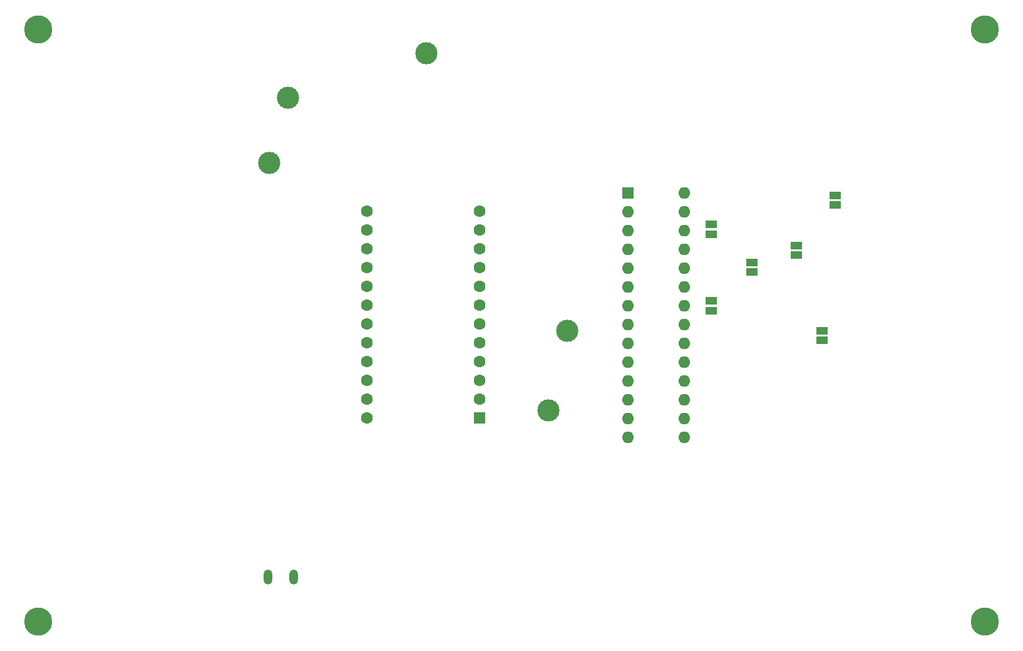
<source format=gbr>
%TF.GenerationSoftware,KiCad,Pcbnew,8.0.1-8.0.1-1~ubuntu22.04.1*%
%TF.CreationDate,2024-05-13T22:21:20+02:00*%
%TF.ProjectId,elec,656c6563-2e6b-4696-9361-645f70636258,v1*%
%TF.SameCoordinates,Original*%
%TF.FileFunction,Soldermask,Bot*%
%TF.FilePolarity,Negative*%
%FSLAX46Y46*%
G04 Gerber Fmt 4.6, Leading zero omitted, Abs format (unit mm)*
G04 Created by KiCad (PCBNEW 8.0.1-8.0.1-1~ubuntu22.04.1) date 2024-05-13 22:21:20*
%MOMM*%
%LPD*%
G01*
G04 APERTURE LIST*
%ADD10R,1.600000X1.600000*%
%ADD11O,1.600000X1.600000*%
%ADD12C,2.600000*%
%ADD13C,3.800000*%
%ADD14C,3.000000*%
%ADD15O,1.200000X2.000000*%
%ADD16C,1.600000*%
%ADD17R,1.500000X1.000000*%
G04 APERTURE END LIST*
D10*
%TO.C,U1*%
X102750000Y-44100000D03*
D11*
X102750000Y-46640000D03*
X102750000Y-49180000D03*
X102750000Y-51720000D03*
X102750000Y-54260000D03*
X102750000Y-56800000D03*
X102750000Y-59340000D03*
X102750000Y-61880000D03*
X102750000Y-64420000D03*
X102750000Y-66960000D03*
X102750000Y-69500000D03*
X102750000Y-72040000D03*
X102750000Y-74580000D03*
X102750000Y-77120000D03*
X110370000Y-77120000D03*
X110370000Y-74580000D03*
X110370000Y-72040000D03*
X110370000Y-69500000D03*
X110370000Y-66960000D03*
X110370000Y-64420000D03*
X110370000Y-61880000D03*
X110370000Y-59340000D03*
X110370000Y-56800000D03*
X110370000Y-54260000D03*
X110370000Y-51720000D03*
X110370000Y-49180000D03*
X110370000Y-46640000D03*
X110370000Y-44100000D03*
%TD*%
D12*
%TO.C,REF\u002A\u002A*%
X23000000Y-102000000D03*
D13*
X23000000Y-102000000D03*
%TD*%
D14*
%TO.C,TP3*%
X75500000Y-25250000D03*
%TD*%
%TO.C,TP1*%
X56750000Y-31250000D03*
%TD*%
%TO.C,TP5*%
X94500000Y-62750000D03*
%TD*%
D12*
%TO.C,REF\u002A\u002A*%
X23000000Y-22000000D03*
D13*
X23000000Y-22000000D03*
%TD*%
D12*
%TO.C,REF\u002A\u002A*%
X151000000Y-22000000D03*
D13*
X151000000Y-22000000D03*
%TD*%
D15*
%TO.C,J1*%
X54000000Y-96000000D03*
X57500000Y-96000000D03*
%TD*%
D12*
%TO.C,REF\u002A\u002A*%
X151000000Y-102000000D03*
D13*
X151000000Y-102000000D03*
%TD*%
D14*
%TO.C,TP2*%
X54250000Y-40000000D03*
%TD*%
D10*
%TO.C,MCU1*%
X82620000Y-74490000D03*
D16*
X82620000Y-71950000D03*
X82620000Y-69410000D03*
X82620000Y-66870000D03*
X82620000Y-64330000D03*
X82620000Y-61790000D03*
X82620000Y-59250000D03*
X82620000Y-56710000D03*
X82620000Y-54170000D03*
X82620000Y-51630000D03*
X82620000Y-49090000D03*
X82620000Y-46550000D03*
X67380000Y-46550000D03*
X67380000Y-49090000D03*
X67380000Y-51630000D03*
X67380000Y-54170000D03*
X67380000Y-56710000D03*
X67380000Y-59250000D03*
X67380000Y-61790000D03*
X67380000Y-64330000D03*
X67380000Y-66870000D03*
X67380000Y-69410000D03*
X67380000Y-71950000D03*
X67380000Y-74490000D03*
%TD*%
D14*
%TO.C,TP4*%
X92000000Y-73500000D03*
%TD*%
D17*
%TO.C,JP6*%
X125500000Y-52500000D03*
X125500000Y-51200000D03*
%TD*%
%TO.C,JP5*%
X129000000Y-62700000D03*
X129000000Y-64000000D03*
%TD*%
%TO.C,JP1*%
X114000000Y-58700000D03*
X114000000Y-60000000D03*
%TD*%
%TO.C,JP2*%
X119500000Y-54800000D03*
X119500000Y-53500000D03*
%TD*%
%TO.C,JP3*%
X114000000Y-48355000D03*
X114000000Y-49655000D03*
%TD*%
%TO.C,JP4*%
X130750000Y-44450000D03*
X130750000Y-45750000D03*
%TD*%
M02*

</source>
